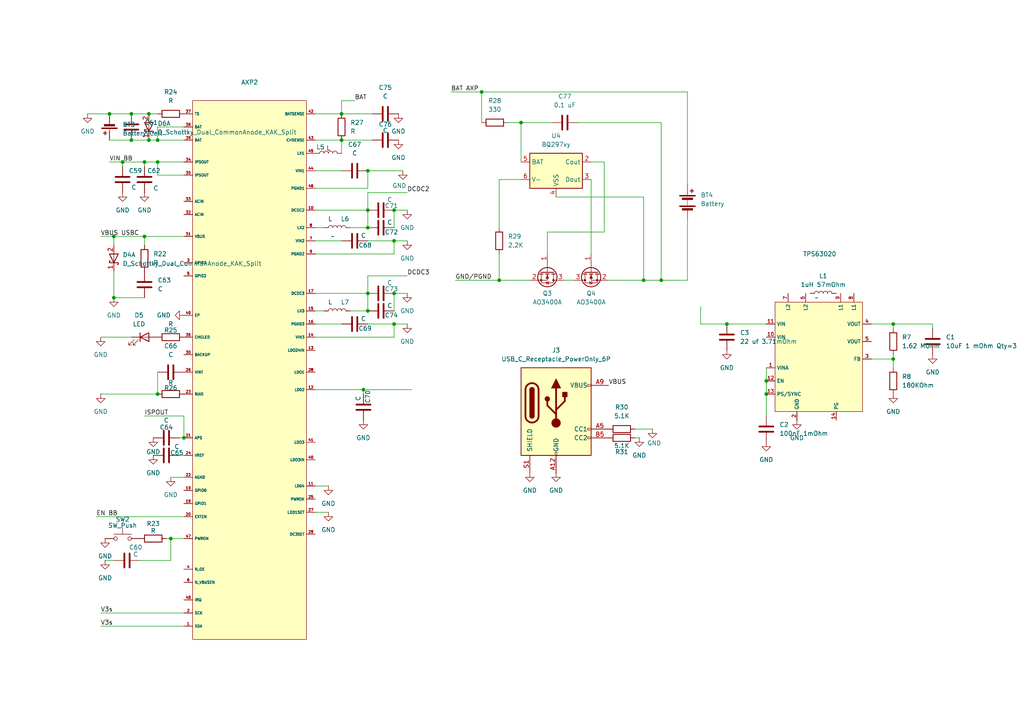
<source format=kicad_sch>
(kicad_sch (version 20250114) (generator "eeschema") (generator_version "9.0")
  (paper "A4")
  (lib_symbols
    (symbol "Battery_Management:BQ297xy"
      (property "Reference" "U" (at -6.35 6.35 0))
      (property "Value" "BQ297xy" (at 5.08 -6.35 0))
      (symbol "BQ297xy_0_1"
        (rectangle (start -7.62 5.08) (end 7.62 -5.08) (stroke (width 0.254)) (fill (type background)))
      )
      (symbol "BQ297xy_1_1"
        (pin input line (at -10.16 2.54 0) (length 2.54) (name "BAT") (number "5"))
        (pin input line (at -10.16 -2.54 0) (length 2.54) (name "V-") (number "6"))
        (pin power_in line (at 0 -7.62 90) (length 2.54) (name "VSS") (number "4"))
        (pin no_connect line (at 7.62 0 180) (length 2.54) (hide yes) (name "NC") (number "1"))
        (pin output line (at 10.16 2.54 180) (length 2.54) (name "Cout") (number "2"))
        (pin output line (at 10.16 -2.54 180) (length 2.54) (name "Dout") (number "3"))
      )
    )
    (symbol "Connector:USB_C_Receptacle_PowerOnly_6P" (pin_names (offset 1.016))
      (property "Reference" "J" (at 0 16.51 0))
      (property "Value" "USB_C_Receptacle_PowerOnly_6P" (at 0 13.97 0))
      (symbol "USB_C_Receptacle_PowerOnly_6P_0_0"
        (rectangle (start -0.254 -12.7) (end 0.254 -11.684))
        (rectangle (start 10.16 7.874) (end 9.144 7.366))
        (rectangle (start 10.16 -4.826) (end 9.144 -5.334))
        (rectangle (start 10.16 -7.366) (end 9.144 -7.874))
      )
      (symbol "USB_C_Receptacle_PowerOnly_6P_0_1"
        (rectangle (start -10.16 12.7) (end 10.16 -12.7) (stroke (width 0.254)) (fill (type background)))
        (polyline (pts (xy -8.89 -1.27) (xy -8.89 6.35)) (stroke (width 0.508)))
        (rectangle (start -7.62 -1.27) (end -6.35 6.35) (stroke (width 0.254)) (fill (type outline)))
        (arc (start -7.62 6.35) (mid -6.985 6.9823) (end -6.35 6.35) (stroke (width 0.254)))
        (arc (start -7.62 6.35) (mid -6.985 6.9823) (end -6.35 6.35) (stroke (width 0.254)) (fill (type outline)))
        (arc (start -8.89 6.35) (mid -6.985 8.2467) (end -5.08 6.35) (stroke (width 0.508)))
        (arc (start -5.08 -1.27) (mid -6.985 -3.1667) (end -8.89 -1.27) (stroke (width 0.508)))
        (arc (start -6.35 -1.27) (mid -6.985 -1.9023) (end -7.62 -1.27) (stroke (width 0.254)))
        (arc (start -6.35 -1.27) (mid -6.985 -1.9023) (end -7.62 -1.27) (stroke (width 0.254)) (fill (type outline)))
        (polyline (pts (xy -5.08 6.35) (xy -5.08 -1.27)) (stroke (width 0.508)))
        (circle (center -2.54 3.683) (radius 0.635) (stroke (width 0.254)) (fill (type outline)))
        (polyline (pts (xy -1.27 6.858) (xy 0 9.398) (xy 1.27 6.858) (xy -1.27 6.858)) (stroke (width 0.254)) (fill (type outline)))
        (polyline (pts (xy 0 0.508) (xy 2.54 3.048) (xy 2.54 4.318)) (stroke (width 0.508)))
        (polyline (pts (xy 0 -0.762) (xy -2.54 1.778) (xy -2.54 3.048)) (stroke (width 0.508)))
        (polyline (pts (xy 0 -3.302) (xy 0 6.858)) (stroke (width 0.508)))
        (circle (center 0 -3.302) (radius 1.27) (fill (type outline)))
        (rectangle (start 1.905 4.318) (end 3.175 5.588) (stroke (width 0.254)) (fill (type outline)))
      )
      (symbol "USB_C_Receptacle_PowerOnly_6P_1_1"
        (pin passive line (at -7.62 -17.78 90) (length 5.08) (name "SHIELD") (number "S1"))
        (pin passive line (at 0 -17.78 90) (length 5.08) (name "GND") (number "A12"))
        (pin passive line (at 0 -17.78 90) (length 5.08) (hide yes) (name "GND") (number "B12"))
        (pin passive line (at 15.24 7.62 180) (length 5.08) (name "VBUS") (number "A9"))
        (pin passive line (at 15.24 7.62 180) (length 5.08) (hide yes) (name "VBUS") (number "B9"))
        (pin bidirectional line (at 15.24 -5.08 180) (length 5.08) (name "CC1") (number "A5"))
        (pin bidirectional line (at 15.24 -7.62 180) (length 5.08) (name "CC2") (number "B5"))
      )
    )
    (symbol "Device:Battery" (pin_numbers (hide yes)) (pin_names (offset 0) (hide yes))
      (property "Reference" "BT" (at 2.54 2.54 0))
      (property "Value" "Battery" (at 2.54 0 0))
      (symbol "Battery_0_1"
        (rectangle (start -2.286 1.778) (end 2.286 1.524) (fill (type outline)))
        (rectangle (start -2.286 -1.27) (end 2.286 -1.524) (fill (type outline)))
        (rectangle (start -1.524 1.016) (end 1.524 0.508) (fill (type outline)))
        (rectangle (start -1.524 -2.032) (end 1.524 -2.54) (fill (type outline)))
        (polyline (pts (xy 0 1.778) (xy 0 2.54)))
        (polyline (pts (xy 0 0) (xy 0 0.254)))
        (polyline (pts (xy 0 -0.508) (xy 0 -0.254)))
        (polyline (pts (xy 0 -1.016) (xy 0 -0.762)))
        (polyline (pts (xy 0.762 3.048) (xy 1.778 3.048)) (stroke (width 0.254)))
        (polyline (pts (xy 1.27 3.556) (xy 1.27 2.54)) (stroke (width 0.254)))
      )
      (symbol "Battery_1_1"
        (pin passive line (at 0 5.08 270) (length 2.54) (name "+") (number "1"))
        (pin passive line (at 0 -5.08 90) (length 2.54) (name "-") (number "2"))
      )
    )
    (symbol "Device:Battery_Cell" (pin_numbers (hide yes)) (pin_names (offset 0) (hide yes))
      (property "Reference" "BT" (at 2.54 2.54 0))
      (property "Value" "Battery_Cell" (at 2.54 0 0))
      (symbol "Battery_Cell_0_1"
        (rectangle (start -2.286 1.778) (end 2.286 1.524) (fill (type outline)))
        (rectangle (start -1.524 1.016) (end 1.524 0.508) (fill (type outline)))
        (polyline (pts (xy 0 1.778) (xy 0 2.54)))
        (polyline (pts (xy 0 0.762) (xy 0 0)))
        (polyline (pts (xy 0.762 3.048) (xy 1.778 3.048)) (stroke (width 0.254)))
        (polyline (pts (xy 1.27 3.556) (xy 1.27 2.54)) (stroke (width 0.254)))
      )
      (symbol "Battery_Cell_1_1"
        (pin passive line (at 0 5.08 270) (length 2.54) (name "+") (number "1"))
        (pin passive line (at 0 -2.54 90) (length 2.54) (name "-") (number "2"))
      )
    )
    (symbol "Device:C" (pin_numbers (hide yes)) (pin_names (offset 0.254))
      (property "Reference" "C" (at 0.635 2.54 0))
      (property "Value" "C" (at 0.635 -2.54 0))
      (symbol "C_0_1"
        (polyline (pts (xy -2.032 0.762) (xy 2.032 0.762)) (stroke (width 0.508)))
        (polyline (pts (xy -2.032 -0.762) (xy 2.032 -0.762)) (stroke (width 0.508)))
      )
      (symbol "C_1_1"
        (pin passive line (at 0 3.81 270) (length 2.794) (name "~") (number "1"))
        (pin passive line (at 0 -3.81 90) (length 2.794) (name "~") (number "2"))
      )
    )
    (symbol "Device:D_Schottky_Dual_CommonAnode_KAK_Split" (pin_names (offset 0.762) (hide yes))
      (property "Reference" "D" (at 0 2.54 0))
      (property "Value" "D_Schottky_Dual_CommonAnode_KAK_Split" (at 0 -2.54 0))
      (symbol "D_Schottky_Dual_CommonAnode_KAK_Split_0_1"
        (polyline (pts (xy -1.27 1.27) (xy 1.27 0) (xy -1.27 -1.27) (xy -1.27 1.27) (xy -1.27 1.27) (xy -1.27 1.27)) (stroke (width 0.254)))
        (polyline (pts (xy 1.27 0) (xy -1.27 0)))
        (polyline (pts (xy 1.778 1.016) (xy 1.778 1.27) (xy 1.27 1.27) (xy 1.27 -1.27) (xy 0.762 -1.27) (xy 0.762 -1.016)) (stroke (width 0.254)))
        (pin passive line (at -3.81 0 0) (length 2.54) (name "A") (number "2"))
      )
      (symbol "D_Schottky_Dual_CommonAnode_KAK_Split_1_1"
        (pin passive line (at 3.81 0 180) (length 2.54) (name "K") (number "1"))
      )
      (symbol "D_Schottky_Dual_CommonAnode_KAK_Split_2_1"
        (pin passive line (at 3.81 0 180) (length 2.54) (name "K") (number "3"))
      )
    )
    (symbol "Device:L" (pin_numbers (hide yes)) (pin_names (offset 1.016) (hide yes))
      (property "Reference" "L" (at -1.27 0 90))
      (property "Value" "L" (at 1.905 0 90))
      (symbol "L_0_1"
        (arc (start 0 2.54) (mid 0.6323 1.905) (end 0 1.27))
        (arc (start 0 1.27) (mid 0.6323 0.635) (end 0 0))
        (arc (start 0 0) (mid 0.6323 -0.635) (end 0 -1.27))
        (arc (start 0 -1.27) (mid 0.6323 -1.905) (end 0 -2.54))
      )
      (symbol "L_1_1"
        (pin passive line (at 0 3.81 270) (length 1.27) (name "1") (number "1"))
        (pin passive line (at 0 -3.81 90) (length 1.27) (name "2") (number "2"))
      )
    )
    (symbol "Device:LED" (pin_numbers (hide yes)) (pin_names (offset 1.016) (hide yes))
      (property "Reference" "D" (at 0 2.54 0))
      (property "Value" "LED" (at 0 -2.54 0))
      (symbol "LED_0_1"
        (polyline (pts (xy -3.048 -0.762) (xy -4.572 -2.286) (xy -3.81 -2.286) (xy -4.572 -2.286) (xy -4.572 -1.524)))
        (polyline (pts (xy -1.778 -0.762) (xy -3.302 -2.286) (xy -2.54 -2.286) (xy -3.302 -2.286) (xy -3.302 -1.524)))
        (polyline (pts (xy -1.27 0) (xy 1.27 0)))
        (polyline (pts (xy -1.27 -1.27) (xy -1.27 1.27)) (stroke (width 0.254)))
        (polyline (pts (xy 1.27 -1.27) (xy 1.27 1.27) (xy -1.27 0) (xy 1.27 -1.27)) (stroke (width 0.254)))
      )
      (symbol "LED_1_1"
        (pin passive line (at -3.81 0 0) (length 2.54) (name "K") (number "1"))
        (pin passive line (at 3.81 0 180) (length 2.54) (name "A") (number "2"))
      )
    )
    (symbol "Device:R" (pin_numbers (hide yes)) (pin_names (offset 0))
      (property "Reference" "R" (at 2.032 0 90))
      (property "Value" "R" (at 0 0 90))
      (symbol "R_0_1"
        (rectangle (start -1.016 -2.54) (end 1.016 2.54) (stroke (width 0.254)))
      )
      (symbol "R_1_1"
        (pin passive line (at 0 3.81 270) (length 1.27) (name "~") (number "1"))
        (pin passive line (at 0 -3.81 90) (length 1.27) (name "~") (number "2"))
      )
    )
    (symbol "Senior:AXP203"
      (property "Reference" "AXP203" (at 0 61.214 0))
      (property "Value" "~" (at 24.13 16.5167 0))
      (symbol "AXP203_0_1"
        (rectangle (start -16.51 55.88) (end 16.51 -100.33) (fill (type color) (color 255 255 194 1)))
      )
      (symbol "AXP203_1_1"
        (pin input line (at -19.05 52.07 0) (length 2.54) (name "TS") (number "37"))
        (pin input line (at -19.05 48.26 0) (length 2.54) (name "BAT") (number "38"))
        (pin input line (at -19.05 44.45 0) (length 2.54) (name "BAT") (number "39"))
        (pin input line (at -19.05 38.1 0) (length 2.54) (name "IPSOUT") (number "34"))
        (pin input line (at -19.05 34.29 0) (length 2.54) (name "IPSOUT") (number "35"))
        (pin input line (at -19.05 26.67 0) (length 2.54) (name "ACIN") (number "33"))
        (pin input line (at -19.05 22.86 0) (length 2.54) (name "ACIN") (number "32"))
        (pin input line (at -19.05 16.51 0) (length 2.54) (name "VBUS") (number "31"))
        (pin input line (at -19.05 8.89 0) (length 2.54) (name "GPI03") (number "3"))
        (pin input line (at -19.05 5.08 0) (length 2.54) (name "GPI02") (number "5"))
        (pin input line (at -19.05 -6.35 0) (length 2.54) (name "EP") (number "49"))
        (pin input line (at -19.05 -12.7 0) (length 2.54) (name "CHGLED") (number "36"))
        (pin input line (at -19.05 -17.78 0) (length 2.54) (name "BACKUP") (number "30"))
        (pin input line (at -19.05 -22.86 0) (length 2.54) (name "VINT") (number "26"))
        (pin input line (at -19.05 -29.21 0) (length 2.54) (name "BIAS") (number "23"))
        (pin input line (at -19.05 -41.91 0) (length 2.54) (name "APS") (number "21"))
        (pin input line (at -19.05 -46.99 0) (length 2.54) (name "VREF") (number "24"))
        (pin input line (at -19.05 -53.34 0) (length 2.54) (name "AGND") (number "22"))
        (pin input line (at -19.05 -57.15 0) (length 2.54) (name "GPIO0") (number "19"))
        (pin input line (at -19.05 -60.96 0) (length 2.54) (name "GPIO1") (number "18"))
        (pin input line (at -19.05 -64.77 0) (length 2.54) (name "EXTEN") (number "20"))
        (pin input line (at -19.05 -71.12 0) (length 2.54) (name "PWRON") (number "47"))
        (pin input line (at -19.05 -80.01 0) (length 2.54) (name "N_OE") (number "4"))
        (pin input line (at -19.05 -83.82 0) (length 2.54) (name "N_VBUSEN") (number "6"))
        (pin input line (at -19.05 -88.9 0) (length 2.54) (name "IRQ") (number "48"))
        (pin input line (at -19.05 -92.71 0) (length 2.54) (name "SCK") (number "2"))
        (pin input line (at -19.05 -96.52 0) (length 2.54) (name "SDA") (number "1"))
        (pin input line (at 19.05 52.07 180) (length 2.54) (name "BATSENSE") (number "42"))
        (pin input line (at 19.05 44.45 180) (length 2.54) (name "CHSENSE") (number "43"))
        (pin input line (at 19.05 40.64 180) (length 2.54) (name "LX1") (number "45"))
        (pin input line (at 19.05 35.56 180) (length 2.54) (name "VIN1") (number "44"))
        (pin input line (at 19.05 30.48 180) (length 2.54) (name "PGND1") (number "46"))
        (pin input line (at 19.05 24.13 180) (length 2.54) (name "DCDC2") (number "10"))
        (pin input line (at 19.05 19.05 180) (length 2.54) (name "LX2") (number "8"))
        (pin input line (at 19.05 15.24 180) (length 2.54) (name "VIN2") (number "7"))
        (pin input line (at 19.05 11.43 180) (length 2.54) (name "PGND2") (number "9"))
        (pin input line (at 19.05 0 180) (length 2.54) (name "DCDC3") (number "17"))
        (pin input line (at 19.05 -5.08 180) (length 2.54) (name "LX3") (number "15"))
        (pin input line (at 19.05 -8.89 180) (length 2.54) (name "PGND3") (number "16"))
        (pin input line (at 19.05 -12.7 180) (length 2.54) (name "VIN3") (number "14"))
        (pin input line (at 19.05 -16.51 180) (length 2.54) (name "LDO24IN") (number "13"))
        (pin input line (at 19.05 -22.86 180) (length 2.54) (name "LDO1") (number "28"))
        (pin input line (at 19.05 -27.94 180) (length 2.54) (name "LD02") (number "12"))
        (pin input line (at 19.05 -43.18 180) (length 2.54) (name "LDO3") (number "41"))
        (pin input line (at 19.05 -48.26 180) (length 2.54) (name "LDO3IN") (number "40"))
        (pin input line (at 19.05 -55.88 180) (length 2.54) (name "LD04") (number "11"))
        (pin input line (at 19.05 -59.69 180) (length 2.54) (name "PWROK") (number "25"))
        (pin input line (at 19.05 -63.5 180) (length 2.54) (name "LDO1SET") (number "27"))
        (pin input line (at 19.05 -69.85 180) (length 2.54) (name "DC3SET") (number "29"))
      )
    )
    (symbol "Senior:TPS63020"
      (property "Reference" "TPS63020" (at 0.254 24.13 0))
      (property "Value" "~" (at -0.635 11.43 0))
      (symbol "TPS63020_0_1"
        (rectangle (start -12.7 10.16) (end 12.7 -21.59) (fill (type color) (color 255 255 194 1)))
      )
      (symbol "TPS63020_1_1"
        (pin input line (at -15.24 3.81 0) (length 2.54) (name "VIN") (number "11"))
        (pin input line (at -15.24 0 0) (length 2.54) (name "VIN") (number "10"))
        (pin free line (at -15.24 -8.89 0) (length 2.54) (name "VINA") (number "1"))
        (pin output line (at -15.24 -12.7 0) (length 2.54) (name "EN") (number "12"))
        (pin output line (at -15.24 -16.51 0) (length 2.54) (name "PS/SYNC") (number "13"))
        (pin output line (at -8.89 12.7 270) (length 2.54) (name "L2") (number "7"))
        (pin bidirectional line (at -6.35 -24.13 90) (length 2.54) (name "GND") (number "2"))
        (pin output line (at -3.81 12.7 270) (length 2.54) (name "L2") (number "6"))
        (pin output line (at 5.08 -24.13 90) (length 2.54) (name "PG") (number "14"))
        (pin output line (at 6.35 12.7 270) (length 2.54) (name "L1") (number "9"))
        (pin output line (at 10.16 12.7 270) (length 2.54) (name "L1") (number "8"))
        (pin output line (at 15.24 3.81 180) (length 2.54) (name "VOUT") (number "4"))
        (pin output line (at 15.24 -1.27 180) (length 2.54) (name "VOUT") (number "5"))
        (pin input line (at 15.24 -6.35 180) (length 2.54) (name "FB") (number "3"))
      )
    )
    (symbol "Switch:SW_Push" (pin_numbers (hide yes)) (pin_names (offset 1.016) (hide yes))
      (property "Reference" "SW" (at 1.27 2.54 0))
      (property "Value" "SW_Push" (at 0 -1.524 0))
      (symbol "SW_Push_0_1"
        (circle (center -2.032 0) (radius 0.508))
        (polyline (pts (xy 0 1.27) (xy 0 3.048)))
        (circle (center 2.032 0) (radius 0.508))
        (polyline (pts (xy 2.54 1.27) (xy -2.54 1.27)))
        (pin passive line (at -5.08 0 0) (length 2.54) (name "1") (number "1"))
        (pin passive line (at 5.08 0 180) (length 2.54) (name "2") (number "2"))
      )
    )
    (symbol "Transistor_FET:AO3400A" (pin_names (hide yes))
      (property "Reference" "Q" (at 5.08 1.905 0))
      (property "Value" "AO3400A" (at 5.08 0 0))
      (symbol "AO3400A_0_1"
        (polyline (pts (xy 0.254 1.905) (xy 0.254 -1.905)) (stroke (width 0.254)))
        (polyline (pts (xy 0.254 0) (xy -2.54 0)))
        (polyline (pts (xy 0.762 2.286) (xy 0.762 1.27)) (stroke (width 0.254)))
        (polyline (pts (xy 0.762 0.508) (xy 0.762 -0.508)) (stroke (width 0.254)))
        (polyline (pts (xy 0.762 -1.27) (xy 0.762 -2.286)) (stroke (width 0.254)))
        (polyline (pts (xy 0.762 -1.778) (xy 3.302 -1.778) (xy 3.302 1.778) (xy 0.762 1.778)))
        (polyline (pts (xy 1.016 0) (xy 2.032 0.381) (xy 2.032 -0.381) (xy 1.016 0)) (fill (type outline)))
        (circle (center 1.651 0) (radius 2.794) (stroke (width 0.254)))
        (polyline (pts (xy 2.54 2.54) (xy 2.54 1.778)))
        (circle (center 2.54 1.778) (radius 0.254) (fill (type outline)))
        (circle (center 2.54 -1.778) (radius 0.254) (fill (type outline)))
        (polyline (pts (xy 2.54 -2.54) (xy 2.54 0) (xy 0.762 0)))
        (polyline (pts (xy 2.794 0.508) (xy 2.921 0.381) (xy 3.683 0.381) (xy 3.81 0.254)))
        (polyline (pts (xy 3.302 0.381) (xy 2.921 -0.254) (xy 3.683 -0.254) (xy 3.302 0.381)))
      )
      (symbol "AO3400A_1_1"
        (pin input line (at -5.08 0 0) (length 2.54) (name "G") (number "1"))
        (pin passive line (at 2.54 5.08 270) (length 2.54) (name "D") (number "3"))
        (pin passive line (at 2.54 -5.08 90) (length 2.54) (name "S") (number "2"))
      )
    )
    (symbol "power:GND" (power) (pin_numbers (hide yes)) (pin_names (offset 0) (hide yes))
      (property "Value" "GND" (at 0 -3.81 0))
      (symbol "GND_0_1"
        (polyline (pts (xy 0 0) (xy 0 -1.27) (xy 1.27 -1.27) (xy 0 -2.54) (xy -1.27 -1.27) (xy 0 -1.27)))
      )
      (symbol "GND_1_1"
        (pin power_in line (at 0 0 270) (length 0) (name "~") (number "1"))
      )
    )
  )
  (junction (at 144.78 81.28))
  (junction (at 139.7 26.67))
  (junction (at 45.72 46.99))
  (junction (at 222.25 110.49))
  (junction (at 114.3 85.09))
  (junction (at 33.02 86.36))
  (junction (at 31.75 33.02))
  (junction (at 186.69 81.28))
  (junction (at 114.3 93.98))
  (junction (at 41.91 46.99))
  (junction (at 191.77 81.28))
  (junction (at 106.68 66.04))
  (junction (at 49.53 156.21))
  (junction (at 35.56 46.99))
  (junction (at 106.68 85.09))
  (junction (at 99.06 40.64))
  (junction (at 43.18 33.02))
  (junction (at 114.3 69.85))
  (junction (at 210.82 93.98))
  (junction (at 99.06 33.02))
  (junction (at 259.08 93.98))
  (junction (at 38.1 40.64))
  (junction (at 38.1 33.02))
  (junction (at 41.91 68.58))
  (junction (at 53.34 127))
  (junction (at 259.08 104.14))
  (junction (at 222.25 114.3))
  (junction (at 105.41 113.03))
  (junction (at 106.68 60.96))
  (junction (at 114.3 60.96))
  (junction (at 43.18 40.64))
  (junction (at 106.68 49.53))
  (junction (at 151.13 35.56))
  (junction (at 33.02 68.58))
  (junction (at 45.72 40.64))
  (junction (at 106.68 90.17))
  (junction (at 45.72 114.3))
  (wire (pts (xy 106.68 49.53) (xy 116.84 49.53)))
  (wire (pts (xy 176.53 81.28) (xy 186.69 81.28)))
  (wire (pts (xy 91.44 90.17) (xy 93.98 90.17)))
  (wire (pts (xy 130.81 26.67) (xy 139.7 26.67)))
  (wire (pts (xy 106.68 80.01) (xy 118.11 80.01)))
  (wire (pts (xy 95.25 140.97) (xy 91.44 140.97)))
  (wire (pts (xy 45.72 46.99) (xy 41.91 46.99)))
  (wire (pts (xy 222.25 114.3) (xy 222.25 120.65)))
  (wire (pts (xy 189.23 124.46) (xy 184.15 124.46)))
  (wire (pts (xy 186.69 57.15) (xy 186.69 81.28)))
  (wire (pts (xy 106.68 85.09) (xy 106.68 80.01)))
  (wire (pts (xy 48.26 156.21) (xy 49.53 156.21)))
  (wire (pts (xy 93.98 66.04) (xy 91.44 66.04)))
  (wire (pts (xy 31.75 46.99) (xy 35.56 46.99)))
  (wire (pts (xy 91.44 33.02) (xy 99.06 33.02)))
  (wire (pts (xy 91.44 60.96) (xy 106.68 60.96)))
  (wire (pts (xy 53.34 127) (xy 53.34 120.65)))
  (wire (pts (xy 144.78 73.66) (xy 144.78 81.28)))
  (wire (pts (xy 91.44 40.64) (xy 99.06 40.64)))
  (wire (pts (xy 114.3 93.98) (xy 118.11 93.98)))
  (wire (pts (xy 27.94 149.86) (xy 53.34 149.86)))
  (wire (pts (xy 101.6 90.17) (xy 106.68 90.17)))
  (wire (pts (xy 49.53 138.43) (xy 53.34 138.43)))
  (wire (pts (xy 114.3 69.85) (xy 118.11 69.85)))
  (wire (pts (xy 49.53 156.21) (xy 53.34 156.21)))
  (wire (pts (xy 252.73 104.14) (xy 259.08 104.14)))
  (wire (pts (xy 99.06 33.02) (xy 99.06 29.21)))
  (wire (pts (xy 105.41 113.03) (xy 105.41 114.3)))
  (wire (pts (xy 33.02 78.74) (xy 33.02 86.36)))
  (wire (pts (xy 203.2 93.98) (xy 210.82 93.98)))
  (wire (pts (xy 163.83 81.28) (xy 166.37 81.28)))
  (wire (pts (xy 144.78 52.07) (xy 144.78 66.04)))
  (wire (pts (xy 191.77 81.28) (xy 199.39 81.28)))
  (wire (pts (xy 91.44 93.98) (xy 99.06 93.98)))
  (wire (pts (xy 203.2 88.9) (xy 203.2 93.98)))
  (wire (pts (xy 29.21 114.3) (xy 45.72 114.3)))
  (wire (pts (xy 99.06 33.02) (xy 107.95 33.02)))
  (wire (pts (xy 158.75 67.31) (xy 175.26 67.31)))
  (wire (pts (xy 91.44 69.85) (xy 99.06 69.85)))
  (wire (pts (xy 29.21 97.79) (xy 38.1 97.79)))
  (wire (pts (xy 91.44 73.66) (xy 114.3 73.66)))
  (wire (pts (xy 30.48 162.56) (xy 33.02 162.56)))
  (wire (pts (xy 45.72 46.99) (xy 53.34 46.99)))
  (wire (pts (xy 29.21 68.58) (xy 33.02 68.58)))
  (wire (pts (xy 191.77 35.56) (xy 191.77 81.28)))
  (wire (pts (xy 186.69 81.28) (xy 191.77 81.28)))
  (wire (pts (xy 106.68 93.98) (xy 114.3 93.98)))
  (wire (pts (xy 171.45 52.07) (xy 171.45 73.66)))
  (wire (pts (xy 144.78 52.07) (xy 151.13 52.07)))
  (wire (pts (xy 105.41 113.03) (xy 119.38 113.03)))
  (wire (pts (xy 91.44 85.09) (xy 106.68 85.09)))
  (wire (pts (xy 45.72 36.83) (xy 45.72 40.64)))
  (wire (pts (xy 151.13 35.56) (xy 160.02 35.56)))
  (wire (pts (xy 114.3 85.09) (xy 118.11 85.09)))
  (wire (pts (xy 106.68 54.61) (xy 106.68 49.53)))
  (wire (pts (xy 106.68 55.88) (xy 118.11 55.88)))
  (wire (pts (xy 41.91 46.99) (xy 35.56 46.99)))
  (wire (pts (xy 114.3 69.85) (xy 114.3 73.66)))
  (wire (pts (xy 106.68 69.85) (xy 114.3 69.85)))
  (wire (pts (xy 45.72 46.99) (xy 45.72 50.8)))
  (wire (pts (xy 29.21 177.8) (xy 53.34 177.8)))
  (wire (pts (xy 49.53 156.21) (xy 49.53 162.56)))
  (wire (pts (xy 259.08 104.14) (xy 259.08 106.68)))
  (wire (pts (xy 38.1 33.02) (xy 43.18 33.02)))
  (wire (pts (xy 43.18 40.64) (xy 45.72 40.64)))
  (wire (pts (xy 158.75 73.66) (xy 158.75 67.31)))
  (wire (pts (xy 199.39 26.67) (xy 139.7 26.67)))
  (wire (pts (xy 52.07 127) (xy 53.34 127)))
  (wire (pts (xy 106.68 60.96) (xy 106.68 66.04)))
  (wire (pts (xy 114.3 85.09) (xy 114.3 90.17)))
  (wire (pts (xy 161.29 57.15) (xy 186.69 57.15)))
  (wire (pts (xy 144.78 81.28) (xy 153.67 81.28)))
  (wire (pts (xy 53.34 68.58) (xy 41.91 68.58)))
  (wire (pts (xy 91.44 49.53) (xy 99.06 49.53)))
  (wire (pts (xy 45.72 40.64) (xy 53.34 40.64)))
  (wire (pts (xy 29.21 181.61) (xy 53.34 181.61)))
  (wire (pts (xy 259.08 93.98) (xy 270.51 93.98)))
  (wire (pts (xy 114.3 60.96) (xy 114.3 66.04)))
  (wire (pts (xy 41.91 68.58) (xy 41.91 71.12)))
  (wire (pts (xy 270.51 93.98) (xy 270.51 95.25)))
  (wire (pts (xy 35.56 46.99) (xy 35.56 48.26)))
  (wire (pts (xy 210.82 93.98) (xy 222.25 93.98)))
  (wire (pts (xy 41.91 46.99) (xy 41.91 48.26)))
  (wire (pts (xy 91.44 97.79) (xy 114.3 97.79)))
  (wire (pts (xy 91.44 113.03) (xy 105.41 113.03)))
  (wire (pts (xy 41.91 120.65) (xy 53.34 120.65)))
  (wire (pts (xy 101.6 66.04) (xy 106.68 66.04)))
  (wire (pts (xy 132.08 81.28) (xy 144.78 81.28)))
  (wire (pts (xy 53.34 36.83) (xy 45.72 36.83)))
  (wire (pts (xy 151.13 46.99) (xy 151.13 35.56)))
  (wire (pts (xy 259.08 93.98) (xy 259.08 95.25)))
  (wire (pts (xy 52.07 132.08) (xy 53.34 132.08)))
  (wire (pts (xy 199.39 63.5) (xy 199.39 81.28)))
  (wire (pts (xy 99.06 29.21) (xy 102.87 29.21)))
  (wire (pts (xy 43.18 33.02) (xy 45.72 33.02)))
  (wire (pts (xy 25.4 33.02) (xy 31.75 33.02)))
  (wire (pts (xy 106.68 85.09) (xy 106.68 90.17)))
  (wire (pts (xy 222.25 110.49) (xy 222.25 114.3)))
  (wire (pts (xy 38.1 40.64) (xy 43.18 40.64)))
  (wire (pts (xy 114.3 60.96) (xy 118.11 60.96)))
  (wire (pts (xy 45.72 107.95) (xy 45.72 114.3)))
  (wire (pts (xy 33.02 86.36) (xy 41.91 86.36)))
  (wire (pts (xy 95.25 148.59) (xy 91.44 148.59)))
  (wire (pts (xy 175.26 46.99) (xy 171.45 46.99)))
  (wire (pts (xy 139.7 35.56) (xy 139.7 26.67)))
  (wire (pts (xy 106.68 60.96) (xy 106.68 55.88)))
  (wire (pts (xy 167.64 35.56) (xy 191.77 35.56)))
  (wire (pts (xy 185.42 127) (xy 184.15 127)))
  (wire (pts (xy 252.73 93.98) (xy 259.08 93.98)))
  (wire (pts (xy 31.75 33.02) (xy 38.1 33.02)))
  (wire (pts (xy 259.08 102.87) (xy 259.08 104.14)))
  (wire (pts (xy 91.44 54.61) (xy 106.68 54.61)))
  (wire (pts (xy 147.32 35.56) (xy 151.13 35.56)))
  (wire (pts (xy 53.34 50.8) (xy 45.72 50.8)))
  (wire (pts (xy 33.02 68.58) (xy 33.02 71.12)))
  (wire (pts (xy 41.91 68.58) (xy 33.02 68.58)))
  (wire (pts (xy 31.75 40.64) (xy 38.1 40.64)))
  (wire (pts (xy 99.06 40.64) (xy 107.95 40.64)))
  (wire (pts (xy 99.06 40.64) (xy 99.06 44.45)))
  (wire (pts (xy 175.26 67.31) (xy 175.26 46.99)))
  (wire (pts (xy 199.39 53.34) (xy 199.39 26.67)))
  (wire (pts (xy 114.3 93.98) (xy 114.3 97.79)))
  (wire (pts (xy 40.64 162.56) (xy 49.53 162.56)))
  (wire (pts (xy 222.25 106.68) (xy 222.25 110.49)))
  (label "V3s" (at 29.21 177.8 0))
  (label "GND{slash}PGND" (at 132.08 81.28 0))
  (label "EN BB" (at 27.94 149.86 0))
  (label "VBUS USBC" (at 29.21 68.58 0))
  (label "DCDC2" (at 118.11 55.88 0))
  (label "BAT" (at 102.87 29.21 0))
  (label "V3s" (at 29.21 181.61 0))
  (label "VIN BB" (at 31.75 46.99 0))
  (label "ISPOUT" (at 41.91 120.65 0))
  (label "BAT AXP" (at 130.81 26.67 0))
  (label "DCDC3" (at 118.11 80.01 0))
  (label "VBUS" (at 176.53 111.76 0))
  (symbol (lib_id "Device:Battery") (at 199.39 58.42 0) (unit 1)
    (property "Reference" "BT4" (at 203.2 56.5784 0) (effects (justify left)))
    (property "Value" "Battery" (at 203.2 59.1184 0) (effects (justify left)))
    (property "Description" "Multiple-cell battery" (effects (hide yes)))
  )
  (symbol (lib_id "Connector:USB_C_Receptacle_PowerOnly_6P") (at 161.29 119.38 0) (unit 1)
    (property "Reference" "J3" (at 161.29 101.6 0))
    (property "Value" "USB_C_Receptacle_PowerOnly_6P" (at 161.29 104.14 0))
    (property "Datasheet" "https://www.usb.org/sites/default/files/documents/usb_type-c.zip" (effects (hide yes)))
    (property "Description" "USB Power-Only 6P Type-C Receptacle connector" (effects (hide yes)))
  )
  (symbol (lib_id "power:GND") (at 105.41 121.92 0) (unit 1)
    (property "Reference" "#PWR042" (effects (hide yes)))
    (property "Value" "GND" (at 105.41 127 0))
    (property "Description" "Power symbol creates a global label with name \"GND\" , ground" (effects (hide yes)))
  )
  (symbol (lib_id "Device:R") (at 180.34 124.46 90) (unit 1)
    (property "Reference" "R30" (at 180.34 118.11 90))
    (property "Value" "5.1K" (at 180.34 120.65 90))
    (property "Description" "Resistor" (effects (hide yes)))
  )
  (symbol (lib_id "Device:C") (at 102.87 69.85 90) (unit 1)
    (property "Reference" "C68" (at 105.918 71.12 90))
    (property "Value" "C" (at 105.41 68.326 90))
    (property "Description" "Unpolarized capacitor" (effects (hide yes)))
  )
  (symbol (lib_id "Device:C") (at 36.83 162.56 90) (unit 1)
    (property "Reference" "C60" (at 39.37 158.75 90))
    (property "Value" "C" (at 39.37 160.782 90))
    (property "Description" "Unpolarized capacitor" (effects (hide yes)))
  )
  (symbol (lib_id "Device:R") (at 49.53 97.79 90) (unit 1)
    (property "Reference" "R25" (at 49.53 95.758 90))
    (property "Value" "R" (at 49.53 93.98 90))
    (property "Description" "Resistor" (effects (hide yes)))
  )
  (symbol (lib_id "Device:C") (at 111.76 40.64 90) (unit 1)
    (property "Reference" "C76" (at 111.76 36.068 90))
    (property "Value" "C" (at 111.76 37.846 90))
    (property "Description" "Unpolarized capacitor" (effects (hide yes)))
  )
  (symbol (lib_id "Device:R") (at 180.34 127 90) (unit 1)
    (property "Reference" "R31" (at 180.34 131.064 90))
    (property "Value" "5.1K" (at 180.34 129.286 90))
    (property "Description" "Resistor" (effects (hide yes)))
  )
  (symbol (lib_id "power:GND") (at 222.25 128.27 0) (unit 1)
    (property "Reference" "#PWR058" (effects (hide yes)))
    (property "Value" "GND" (at 222.25 133.35 0))
    (property "Description" "Power symbol creates a global label with name \"GND\" , ground" (effects (hide yes)))
  )
  (symbol (lib_id "Device:C") (at 41.91 52.07 0) (unit 1)
    (property "Reference" "C62" (at 42.672 49.53 0) (effects (justify left)))
    (property "Value" "C" (at 44.45 54.61 0) (effects (justify left)))
    (property "Description" "Unpolarized capacitor" (effects (hide yes)))
  )
  (symbol (lib_id "Device:Battery_Cell") (at 31.75 35.56 180) (unit 1)
    (property "Reference" "BT3" (at 35.56 36.1314 0) (effects (justify right)))
    (property "Value" "Battery_Cell" (at 35.56 38.6714 0) (effects (justify right)))
    (property "Description" "Single-cell battery" (effects (hide yes)))
  )
  (symbol (lib_id "power:GND") (at 29.21 114.3 0) (unit 1)
    (property "Reference" "#PWR029" (effects (hide yes)))
    (property "Value" "GND" (at 29.21 119.38 0))
    (property "Description" "Power symbol creates a global label with name \"GND\" , ground" (effects (hide yes)))
  )
  (symbol (lib_id "Device:C") (at 105.41 118.11 180) (unit 1)
    (property "Reference" "C70" (at 106.68 115.062 90))
    (property "Value" "C" (at 103.886 115.57 90))
    (property "Description" "Unpolarized capacitor" (effects (hide yes)))
  )
  (symbol (lib_id "Device:C") (at 102.87 93.98 90) (unit 1)
    (property "Reference" "C69" (at 105.918 95.25 90))
    (property "Value" "C" (at 105.41 92.456 90))
    (property "Description" "Unpolarized capacitor" (effects (hide yes)))
  )
  (symbol (lib_id "power:GND") (at 44.45 132.08 0) (unit 1)
    (property "Reference" "#PWR037" (effects (hide yes)))
    (property "Value" "GND" (at 44.45 137.16 0))
    (property "Description" "Power symbol creates a global label with name \"GND\" , ground" (effects (hide yes)))
  )
  (symbol (lib_id "Device:C") (at 41.91 82.55 0) (unit 1)
    (property "Reference" "C63" (at 45.72 81.2799 0) (effects (justify left)))
    (property "Value" "C" (at 45.72 83.8199 0) (effects (justify left)))
    (property "Description" "Unpolarized capacitor" (effects (hide yes)))
  )
  (symbol (lib_id "Device:C") (at 48.26 132.08 90) (unit 1)
    (property "Reference" "C65" (at 51.308 131.318 90))
    (property "Value" "C" (at 51.308 129.54 90))
    (property "Description" "Unpolarized capacitor" (effects (hide yes)))
  )
  (symbol (lib_id "Device:R") (at 49.53 114.3 90) (unit 1)
    (property "Reference" "R26" (at 49.53 112.522 90))
    (property "Value" "R" (at 49.53 110.998 90))
    (property "Description" "Resistor" (effects (hide yes)))
  )
  (symbol (lib_id "power:GND") (at 53.34 91.44 270) (unit 1)
    (property "Reference" "#PWR038" (effects (hide yes)))
    (property "Value" "GND" (at 49.53 91.4399 90) (effects (justify right)))
    (property "Description" "Power symbol creates a global label with name \"GND\" , ground" (effects (hide yes)))
  )
  (symbol (lib_id "Device:L") (at 95.25 44.45 90) (unit 1)
    (property "Reference" "L5" (at 92.964 42.672 90))
    (property "Value" "L" (at 95.25 42.926 90))
    (property "Description" "Inductor" (effects (hide yes)))
  )
  (symbol (lib_id "power:GND") (at 41.91 55.88 0) (unit 1)
    (property "Reference" "#PWR032" (effects (hide yes)))
    (property "Value" "GND" (at 41.91 60.96 0))
    (property "Description" "Power symbol creates a global label with name \"GND\" , ground" (effects (hide yes)))
  )
  (symbol (lib_id "power:GND") (at 44.45 127 0) (unit 1)
    (property "Reference" "#PWR036" (effects (hide yes)))
    (property "Value" "GND" (at 44.45 131.064 0))
    (property "Description" "Power symbol creates a global label with name \"GND\" , ground" (effects (hide yes)))
  )
  (symbol (lib_id "Device:R") (at 144.78 69.85 0) (unit 1)
    (property "Reference" "R29" (at 147.32 68.5799 0) (effects (justify left)))
    (property "Value" "2.2K" (at 147.32 71.1199 0) (effects (justify left)))
    (property "Description" "Resistor" (effects (hide yes)))
  )
  (symbol (lib_id "Device:C") (at 110.49 90.17 90) (unit 1)
    (property "Reference" "C74" (at 113.538 91.44 90))
    (property "Value" "C" (at 113.03 88.646 90))
    (property "Description" "Unpolarized capacitor" (effects (hide yes)))
  )
  (symbol (lib_id "Device:C") (at 110.49 60.96 90) (unit 1)
    (property "Reference" "C71" (at 113.538 59.69 90))
    (property "Value" "C" (at 113.03 57.912 90))
    (property "Description" "Unpolarized capacitor" (effects (hide yes)))
  )
  (symbol (lib_id "power:GND") (at 210.82 101.6 0) (unit 1)
    (property "Reference" "#PWR057" (effects (hide yes)))
    (property "Value" "GND" (at 210.82 106.68 0))
    (property "Description" "Power symbol creates a global label with name \"GND\" , ground" (effects (hide yes)))
  )
  (symbol (lib_id "Device:R") (at 99.06 36.83 0) (unit 1)
    (property "Reference" "R27" (at 101.6 35.5599 0) (effects (justify left)))
    (property "Value" "R" (at 101.6 38.0999 0) (effects (justify left)))
    (property "Description" "Resistor" (effects (hide yes)))
  )
  (symbol (lib_id "Device:C") (at 270.51 99.06 0) (unit 1)
    (property "Reference" "C1" (at 274.32 97.7899 0) (effects (justify left)))
    (property "Value" "10uF 1 mOhm Qty=3" (at 274.32 100.3299 0) (effects (justify left)))
    (property "Description" "Unpolarized capacitor" (effects (hide yes)))
  )
  (symbol (lib_id "power:GND") (at 118.11 60.96 0) (unit 1)
    (property "Reference" "#PWR046" (effects (hide yes)))
    (property "Value" "GND" (at 118.11 66.04 0))
    (property "Description" "Power symbol creates a global label with name \"GND\" , ground" (effects (hide yes)))
  )
  (symbol (lib_id "Senior:AXP203") (at 72.39 85.09 0) (unit 1)
    (property "Reference" "AXP2" (at 72.39 23.876 0))
    (property "Value" "~" (at 96.52 68.5733 0))
    (property "Footprint" "Package_DFN_QFN:QFN-48-1EP_6x6mm_P0.4mm_EP4.2x4.2mm" (effects (hide yes)))
  )
  (symbol (lib_id "power:GND") (at 231.14 121.92 0) (unit 1)
    (property "Reference" "#PWR056" (effects (hide yes)))
    (property "Value" "GND" (at 231.14 127 0))
    (property "Description" "Power symbol creates a global label with name \"GND\" , ground" (effects (hide yes)))
  )
  (symbol (lib_id "Senior:TPS63020") (at 237.49 97.79 0) (unit 1)
    (property "Reference" "TPS63020" (at 237.744 73.66 0))
    (property "Value" "~" (at 236.855 86.36 0))
    (property "Footprint" "BackupCamCustomParts:IC_TPS63020DSJT" (effects (hide yes)))
  )
  (symbol (lib_id "power:GND") (at 95.25 148.59 0) (unit 1)
    (property "Reference" "#PWR041" (effects (hide yes)))
    (property "Value" "GND" (at 95.25 153.67 0))
    (property "Description" "Power symbol creates a global label with name \"GND\" , ground" (effects (hide yes)))
  )
  (symbol (lib_id "Transistor_FET:AO3400A") (at 158.75 78.74 270) (unit 1)
    (property "Reference" "Q3" (at 158.75 85.09 90))
    (property "Value" "AO3400A" (at 158.75 87.63 90))
    (property "Footprint" "Package_TO_SOT_SMD:SOT-23" (effects (hide yes)))
    (property "Datasheet" "http://www.aosmd.com/pdfs/datasheet/AO3400A.pdf" (effects (hide yes)))
    (property "Description" "30V Vds, 5.7A Id, N-Channel MOSFET, SOT-23" (effects (hide yes)))
  )
  (symbol (lib_id "Device:C") (at 163.83 35.56 90) (unit 1)
    (property "Reference" "C77" (at 163.83 27.94 90))
    (property "Value" "0.1 uF" (at 163.83 30.48 90))
    (property "Description" "Unpolarized capacitor" (effects (hide yes)))
  )
  (symbol (lib_id "power:GND") (at 30.48 156.21 0) (unit 1)
    (property "Reference" "#PWR030" (effects (hide yes)))
    (property "Value" "GND" (at 30.48 161.29 0))
    (property "Description" "Power symbol creates a global label with name \"GND\" , ground" (effects (hide yes)))
  )
  (symbol (lib_id "Device:C") (at 48.26 127 90) (unit 1)
    (property "Reference" "C64" (at 48.26 123.952 90))
    (property "Value" "C" (at 48.26 121.92 90))
    (property "Description" "Unpolarized capacitor" (effects (hide yes)))
  )
  (symbol (lib_id "Device:R") (at 259.08 99.06 0) (unit 1)
    (property "Reference" "R7" (at 261.62 97.7899 0) (effects (justify left)))
    (property "Value" "1.62 MOhm" (at 261.62 100.3299 0) (effects (justify left)))
    (property "Description" "Resistor" (effects (hide yes)))
  )
  (symbol (lib_id "power:GND") (at 115.57 33.02 0) (unit 1)
    (property "Reference" "#PWR043" (effects (hide yes)))
    (property "Value" "GND" (at 115.57 38.1 0))
    (property "Description" "Power symbol creates a global label with name \"GND\" , ground" (effects (hide yes)))
  )
  (symbol (lib_id "Device:L") (at 238.76 85.09 90) (unit 1)
    (property "Reference" "L1" (at 238.76 80.01 90))
    (property "Value" "1uH 57mOhm" (at 238.76 82.55 90))
    (property "Description" "Inductor" (effects (hide yes)))
  )
  (symbol (lib_id "power:GND") (at 116.84 49.53 0) (unit 1)
    (property "Reference" "#PWR045" (effects (hide yes)))
    (property "Value" "GND" (at 115.824 53.848 0))
    (property "Description" "Power symbol creates a global label with name \"GND\" , ground" (effects (hide yes)))
  )
  (symbol (lib_id "power:GND") (at 118.11 85.09 0) (unit 1)
    (property "Reference" "#PWR048" (effects (hide yes)))
    (property "Value" "GND" (at 118.11 90.17 0))
    (property "Description" "Power symbol creates a global label with name \"GND\" , ground" (effects (hide yes)))
  )
  (symbol (lib_id "Device:R") (at 44.45 156.21 90) (unit 1)
    (property "Reference" "R23" (at 44.45 151.892 90))
    (property "Value" "R" (at 44.45 153.924 90))
    (property "Description" "Resistor" (effects (hide yes)))
  )
  (symbol (lib_id "Device:R") (at 49.53 33.02 90) (unit 1)
    (property "Reference" "R24" (at 49.53 26.67 90))
    (property "Value" "R" (at 49.53 29.21 90))
    (property "Description" "Resistor" (effects (hide yes)))
  )
  (symbol (lib_id "Device:C") (at 210.82 97.79 0) (unit 1)
    (property "Reference" "C3" (at 214.63 96.5199 0) (effects (justify left)))
    (property "Value" "22 uf 3.71mOhm" (at 214.63 99.0599 0) (effects (justify left)))
    (property "Description" "Unpolarized capacitor" (effects (hide yes)))
  )
  (symbol (lib_id "power:GND") (at 49.53 138.43 0) (unit 1)
    (property "Reference" "#PWR039" (effects (hide yes)))
    (property "Value" "GND" (at 49.53 143.51 0))
    (property "Description" "Power symbol creates a global label with name \"GND\" , ground" (effects (hide yes)))
  )
  (symbol (lib_id "Device:C") (at 110.49 85.09 90) (unit 1)
    (property "Reference" "C73" (at 113.538 83.82 90))
    (property "Value" "C" (at 113.03 82.042 90))
    (property "Description" "Unpolarized capacitor" (effects (hide yes)))
  )
  (symbol (lib_id "Device:C") (at 111.76 33.02 270) (unit 1)
    (property "Reference" "C75" (at 111.76 25.4 90))
    (property "Value" "C" (at 111.76 27.94 90))
    (property "Description" "Unpolarized capacitor" (effects (hide yes)))
  )
  (symbol (lib_id "Device:C") (at 35.56 52.07 0) (unit 1)
    (property "Reference" "C59" (at 37.338 49.53 0) (effects (justify left)))
    (property "Value" "C" (at 38.1 54.356 0) (effects (justify left)))
    (property "Description" "Unpolarized capacitor" (effects (hide yes)))
  )
  (symbol (lib_id "power:GND") (at 189.23 124.46 0) (unit 1)
    (property "Reference" "#PWR052" (effects (hide yes)))
    (property "Value" "GND" (at 189.738 128.524 0))
    (property "Description" "Power symbol creates a global label with name \"GND\" , ground" (effects (hide yes)))
  )
  (symbol (lib_id "power:GND") (at 30.48 162.56 0) (unit 1)
    (property "Reference" "#PWR031" (effects (hide yes)))
    (property "Value" "GND" (at 30.48 167.64 0))
    (property "Description" "Power symbol creates a global label with name \"GND\" , ground" (effects (hide yes)))
  )
  (symbol (lib_id "Device:R") (at 41.91 74.93 0) (unit 1)
    (property "Reference" "R22" (at 44.45 73.6599 0) (effects (justify left)))
    (property "Value" "R" (at 44.45 76.1999 0) (effects (justify left)))
    (property "Description" "Resistor" (effects (hide yes)))
  )
  (symbol (lib_id "Device:C") (at 222.25 124.46 0) (unit 1)
    (property "Reference" "C2" (at 226.06 123.1899 0) (effects (justify left)))
    (property "Value" "100nF 1mOhm" (at 226.06 125.7299 0) (effects (justify left)))
    (property "Description" "Unpolarized capacitor" (effects (hide yes)))
  )
  (symbol (lib_id "Device:LED") (at 41.91 97.79 0) (unit 1)
    (property "Reference" "D5" (at 40.3225 91.44 0))
    (property "Value" "LED" (at 40.3225 93.98 0))
    (property "Description" "Light emitting diode" (effects (hide yes)))
    (property "Sim.Pins" "1=K 2=A" (effects (hide yes)))
  )
  (symbol (lib_id "Switch:SW_Push") (at 35.56 156.21 0) (unit 1)
    (property "Reference" "SW2" (at 35.56 150.622 0))
    (property "Value" "SW_Push" (at 35.56 152.4 0))
    (property "Description" "Push button switch, generic, two pins" (effects (hide yes)))
  )
  (symbol (lib_id "power:GND") (at 25.4 33.02 0) (unit 1)
    (property "Reference" "#PWR011" (effects (hide yes)))
    (property "Value" "GND" (at 25.4 38.1 0))
    (property "Description" "Power symbol creates a global label with name \"GND\" , ground" (effects (hide yes)))
  )
  (symbol (lib_id "Device:C") (at 110.49 66.04 90) (unit 1)
    (property "Reference" "C72" (at 113.538 67.31 90))
    (property "Value" "C" (at 113.03 64.516 90))
    (property "Description" "Unpolarized capacitor" (effects (hide yes)))
  )
  (symbol (lib_id "power:GND") (at 29.21 97.79 0) (unit 1)
    (property "Reference" "#PWR021" (effects (hide yes)))
    (property "Value" "GND" (at 29.21 102.87 0))
    (property "Description" "Power symbol creates a global label with name \"GND\" , ground" (effects (hide yes)))
  )
  (symbol (lib_id "power:GND") (at 259.08 114.3 0) (unit 1)
    (property "Reference" "#PWR054" (effects (hide yes)))
    (property "Value" "GND" (at 259.08 119.38 0))
    (property "Description" "Power symbol creates a global label with name \"GND\" , ground" (effects (hide yes)))
  )
  (symbol (lib_id "power:GND") (at 185.42 127 0) (unit 1)
    (property "Reference" "#PWR053" (effects (hide yes)))
    (property "Value" "GND" (at 185.42 132.08 0))
    (property "Description" "Power symbol creates a global label with name \"GND\" , ground" (effects (hide yes)))
  )
  (symbol (lib_id "Device:C") (at 49.53 107.95 90) (unit 1)
    (property "Reference" "C66" (at 49.53 100.33 90))
    (property "Value" "C" (at 49.53 102.87 90))
    (property "Description" "Unpolarized capacitor" (effects (hide yes)))
  )
  (symbol (lib_id "Device:D_Schottky_Dual_CommonAnode_KAK_Split") (at 33.02 74.93 270) (unit 1)
    (property "Reference" "D4" (at 35.56 73.9139 90) (effects (justify left)))
    (property "Value" "D_Schottky_Dual_CommonAnode_KAK_Split" (at 35.56 76.4539 90) (effects (justify left)))
    (property "Description" "Dual Schottky diode, common anode on pin 1" (effects (hide yes)))
  )
  (symbol (lib_id "Battery_Management:BQ297xy") (at 161.29 49.53 0) (unit 1)
    (property "Reference" "U4" (at 161.29 39.37 0))
    (property "Value" "BQ297xy" (at 161.29 41.91 0))
    (property "Footprint" "Package_SON:WSON-6_1.5x1.5mm_P0.5mm" (effects (hide yes)))
    (property "Datasheet" "http://www.ti.com/lit/ds/symlink/bq2970.pdf" (effects (hide yes)))
    (property "Description" "Voltage and Current Protection for Single-Cell Li-Ion and Li-Polymer Batteries" (effects (hide yes)))
  )
  (symbol (lib_id "power:GND") (at 153.67 137.16 0) (unit 1)
    (property "Reference" "#PWR050" (effects (hide yes)))
    (property "Value" "GND" (at 153.67 142.24 0))
    (property "Description" "Power symbol creates a global label with name \"GND\" , ground" (effects (hide yes)))
  )
  (symbol (lib_id "Transistor_FET:AO3400A") (at 171.45 78.74 90) (mirror x) (unit 1)
    (property "Reference" "Q4" (at 171.45 85.09 90))
    (property "Value" "AO3400A" (at 171.45 87.63 90))
    (property "Footprint" "Package_TO_SOT_SMD:SOT-23" (effects (hide yes)))
    (property "Datasheet" "http://www.aosmd.com/pdfs/datasheet/AO3400A.pdf" (effects (hide yes)))
    (property "Description" "30V Vds, 5.7A Id, N-Channel MOSFET, SOT-23" (effects (hide yes)))
  )
  (symbol (lib_id "Device:L") (at 97.79 90.17 90) (unit 1)
    (property "Reference" "L7" (at 100.076 87.63 90))
    (property "Value" "L" (at 95.758 87.63 90))
    (property "Description" "Inductor" (effects (hide yes)))
  )
  (symbol (lib_id "power:GND") (at 35.56 55.88 0) (unit 1)
    (property "Reference" "#PWR013" (effects (hide yes)))
    (property "Value" "GND" (at 35.56 60.96 0))
    (property "Description" "Power symbol creates a global label with name \"GND\" , ground" (effects (hide yes)))
  )
  (symbol (lib_id "power:GND") (at 270.51 102.87 0) (unit 1)
    (property "Reference" "#PWR055" (effects (hide yes)))
    (property "Value" "GND" (at 270.51 107.95 0))
    (property "Description" "Power symbol creates a global label with name \"GND\" , ground" (effects (hide yes)))
  )
  (symbol (lib_id "Device:C") (at 102.87 49.53 90) (unit 1)
    (property "Reference" "C67" (at 102.87 41.91 90))
    (property "Value" "C" (at 102.87 44.45 90))
    (property "Description" "Unpolarized capacitor" (effects (hide yes)))
  )
  (symbol (lib_id "power:GND") (at 161.29 137.16 0) (unit 1)
    (property "Reference" "#PWR051" (effects (hide yes)))
    (property "Value" "GND" (at 161.29 142.24 0))
    (property "Description" "Power symbol creates a global label with name \"GND\" , ground" (effects (hide yes)))
  )
  (symbol (lib_id "Device:R") (at 259.08 110.49 0) (unit 1)
    (property "Reference" "R8" (at 261.62 109.2199 0) (effects (justify left)))
    (property "Value" "180KOhm" (at 261.62 111.7599 0) (effects (justify left)))
    (property "Description" "Resistor" (effects (hide yes)))
  )
  (symbol (lib_id "power:GND") (at 118.11 93.98 0) (unit 1)
    (property "Reference" "#PWR049" (effects (hide yes)))
    (property "Value" "GND" (at 118.11 99.06 0))
    (property "Description" "Power symbol creates a global label with name \"GND\" , ground" (effects (hide yes)))
  )
  (symbol (lib_id "Device:D_Schottky_Dual_CommonAnode_KAK_Split") (at 43.18 36.83 270) (unit 1)
    (property "Reference" "D6" (at 45.72 35.8139 90) (effects (justify left)))
    (property "Value" "D_Schottky_Dual_CommonAnode_KAK_Split" (at 45.72 38.3539 90) (effects (justify left)))
    (property "Description" "Dual Schottky diode, common anode on pin 1" (effects (hide yes)))
  )
  (symbol (lib_id "power:GND") (at 95.25 140.97 0) (unit 1)
    (property "Reference" "#PWR040" (effects (hide yes)))
    (property "Value" "GND" (at 95.25 146.05 0))
    (property "Description" "Power symbol creates a global label with name \"GND\" , ground" (effects (hide yes)))
  )
  (symbol (lib_id "Device:R") (at 143.51 35.56 90) (unit 1)
    (property "Reference" "R28" (at 143.51 29.21 90))
    (property "Value" "330" (at 143.51 31.75 90))
    (property "Description" "Resistor" (effects (hide yes)))
  )
  (symbol (lib_id "Device:C") (at 38.1 36.83 0) (unit 1)
    (property "Reference" "C61" (at 41.91 35.5599 0) (effects (justify left)))
    (property "Value" "C" (at 41.91 38.0999 0) (effects (justify left)))
    (property "Description" "Unpolarized capacitor" (effects (hide yes)))
  )
  (symbol (lib_id "power:GND") (at 115.57 40.64 0) (unit 1)
    (property "Reference" "#PWR044" (effects (hide yes)))
    (property "Value" "GND" (at 115.57 45.72 0))
    (property "Description" "Power symbol creates a global label with name \"GND\" , ground" (effects (hide yes)))
  )
  (symbol (lib_id "power:GND") (at 33.02 86.36 0) (unit 1)
    (property "Reference" "#PWR012" (effects (hide yes)))
    (property "Value" "GND" (at 33.02 91.44 0))
    (property "Description" "Power symbol creates a global label with name \"GND\" , ground" (effects (hide yes)))
  )
  (symbol (lib_id "power:GND") (at 118.11 69.85 0) (unit 1)
    (property "Reference" "#PWR047" (effects (hide yes)))
    (property "Value" "GND" (at 118.11 74.93 0))
    (property "Description" "Power symbol creates a global label with name \"GND\" , ground" (effects (hide yes)))
  )
  (symbol (lib_id "Device:L") (at 97.79 66.04 90) (unit 1)
    (property "Reference" "L6" (at 100.076 63.5 90))
    (property "Value" "L" (at 95.758 63.5 90))
    (property "Description" "Inductor" (effects (hide yes)))
  )
)
</source>
